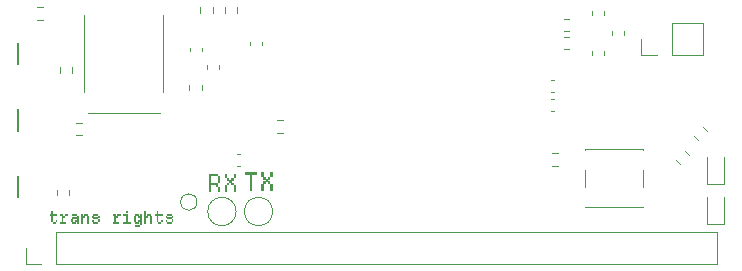
<source format=gbr>
%TF.GenerationSoftware,KiCad,Pcbnew,8.0.7*%
%TF.CreationDate,2024-12-31T00:41:56+01:00*%
%TF.ProjectId,BeDECT,42654445-4354-42e6-9b69-6361645f7063,rev?*%
%TF.SameCoordinates,Original*%
%TF.FileFunction,Legend,Top*%
%TF.FilePolarity,Positive*%
%FSLAX46Y46*%
G04 Gerber Fmt 4.6, Leading zero omitted, Abs format (unit mm)*
G04 Created by KiCad (PCBNEW 8.0.7) date 2024-12-31 00:41:56*
%MOMM*%
%LPD*%
G01*
G04 APERTURE LIST*
%ADD10C,0.300000*%
%ADD11C,0.250000*%
%ADD12C,0.120000*%
%ADD13C,0.127000*%
G04 APERTURE END LIST*
D10*
G36*
X136290875Y-90094546D02*
G01*
X136290875Y-90308869D01*
X136672627Y-90308869D01*
X136672627Y-91645000D01*
X136886950Y-91645000D01*
X136886950Y-90308869D01*
X137268702Y-90308869D01*
X137268702Y-90094546D01*
X136290875Y-90094546D01*
G37*
G36*
X138390875Y-91048925D02*
G01*
X138390875Y-91645000D01*
X138605198Y-91645000D01*
X138605198Y-91048925D01*
X138390875Y-91048925D01*
G37*
G36*
X137627372Y-91048925D02*
G01*
X137627372Y-91645000D01*
X137841695Y-91645000D01*
X137841695Y-91048925D01*
X137627372Y-91048925D01*
G37*
G36*
X138032571Y-90690621D02*
G01*
X138032571Y-90476297D01*
X137818248Y-90476297D01*
X137818248Y-90690621D01*
X138032571Y-90690621D01*
G37*
G36*
X138009124Y-90667173D02*
G01*
X138009124Y-90881496D01*
X138223447Y-90881496D01*
X138223447Y-90667173D01*
X138009124Y-90667173D01*
G37*
G36*
X138200000Y-90476297D02*
G01*
X138200000Y-90690621D01*
X138414323Y-90690621D01*
X138414323Y-90476297D01*
X138200000Y-90476297D01*
G37*
G36*
X137841695Y-90499745D02*
G01*
X137841695Y-90094546D01*
X137627372Y-90094546D01*
X137627372Y-90499745D01*
X137841695Y-90499745D01*
G37*
G36*
X137818248Y-90858049D02*
G01*
X137818248Y-91072372D01*
X138032571Y-91072372D01*
X138032571Y-90858049D01*
X137818248Y-90858049D01*
G37*
G36*
X138390875Y-90094546D02*
G01*
X138390875Y-90499745D01*
X138605198Y-90499745D01*
X138605198Y-90094546D01*
X138390875Y-90094546D01*
G37*
G36*
X138200000Y-90858049D02*
G01*
X138200000Y-91072372D01*
X138414323Y-91072372D01*
X138414323Y-90858049D01*
X138200000Y-90858049D01*
G37*
G36*
X133190875Y-90194546D02*
G01*
X133190875Y-91745000D01*
X133405198Y-91745000D01*
X133405198Y-91172372D01*
X133763503Y-91172372D01*
X133763503Y-91363248D01*
X133977826Y-91363248D01*
X133977826Y-90958049D01*
X133405198Y-90958049D01*
X133405198Y-90408869D01*
X133977826Y-90408869D01*
X133977826Y-90194546D01*
X133190875Y-90194546D01*
G37*
G36*
X133954378Y-90385422D02*
G01*
X133954378Y-90981496D01*
X134168702Y-90981496D01*
X134168702Y-90385422D01*
X133954378Y-90385422D01*
G37*
G36*
X133954378Y-91339801D02*
G01*
X133954378Y-91745000D01*
X134168702Y-91745000D01*
X134168702Y-91339801D01*
X133954378Y-91339801D01*
G37*
G36*
X135290875Y-91148925D02*
G01*
X135290875Y-91745000D01*
X135505198Y-91745000D01*
X135505198Y-91148925D01*
X135290875Y-91148925D01*
G37*
G36*
X134527372Y-91148925D02*
G01*
X134527372Y-91745000D01*
X134741695Y-91745000D01*
X134741695Y-91148925D01*
X134527372Y-91148925D01*
G37*
G36*
X134932571Y-90790621D02*
G01*
X134932571Y-90576297D01*
X134718248Y-90576297D01*
X134718248Y-90790621D01*
X134932571Y-90790621D01*
G37*
G36*
X134909124Y-90767173D02*
G01*
X134909124Y-90981496D01*
X135123447Y-90981496D01*
X135123447Y-90767173D01*
X134909124Y-90767173D01*
G37*
G36*
X135100000Y-90576297D02*
G01*
X135100000Y-90790621D01*
X135314323Y-90790621D01*
X135314323Y-90576297D01*
X135100000Y-90576297D01*
G37*
G36*
X134741695Y-90599745D02*
G01*
X134741695Y-90194546D01*
X134527372Y-90194546D01*
X134527372Y-90599745D01*
X134741695Y-90599745D01*
G37*
G36*
X134718248Y-90958049D02*
G01*
X134718248Y-91172372D01*
X134932571Y-91172372D01*
X134932571Y-90958049D01*
X134718248Y-90958049D01*
G37*
G36*
X135290875Y-90194546D02*
G01*
X135290875Y-90599745D01*
X135505198Y-90599745D01*
X135505198Y-90194546D01*
X135290875Y-90194546D01*
G37*
G36*
X135100000Y-90958049D02*
G01*
X135100000Y-91172372D01*
X135314323Y-91172372D01*
X135314323Y-90958049D01*
X135100000Y-90958049D01*
G37*
D11*
G36*
X119854501Y-93396364D02*
G01*
X119854501Y-93650865D01*
X119727250Y-93650865D01*
X119727250Y-93793747D01*
X119854501Y-93793747D01*
X119854501Y-94302749D01*
X119997383Y-94302749D01*
X119997383Y-93793747D01*
X120379134Y-93793747D01*
X120379134Y-93650865D01*
X119997383Y-93650865D01*
X119997383Y-93396364D01*
X119854501Y-93396364D01*
G37*
G36*
X119981751Y-94287117D02*
G01*
X119981751Y-94430000D01*
X120251884Y-94430000D01*
X120251884Y-94287117D01*
X119981751Y-94287117D01*
G37*
G36*
X120236252Y-94159867D02*
G01*
X120236252Y-94302749D01*
X120379134Y-94302749D01*
X120379134Y-94159867D01*
X120236252Y-94159867D01*
G37*
G36*
X120888381Y-93650865D02*
G01*
X120618248Y-93650865D01*
X120618248Y-93793747D01*
X120745498Y-93793747D01*
X120745498Y-94287117D01*
X120618248Y-94287117D01*
X120618248Y-94430000D01*
X121142882Y-94430000D01*
X121142882Y-94287117D01*
X120888381Y-94287117D01*
X120888381Y-93920997D01*
X121015631Y-93920997D01*
X121015631Y-93778115D01*
X120888381Y-93778115D01*
X120888381Y-93650865D01*
G37*
G36*
X121270132Y-93650865D02*
G01*
X121000000Y-93650865D01*
X121000000Y-93793747D01*
X121270132Y-93793747D01*
X121270132Y-93650865D01*
G37*
G36*
X121509246Y-94032616D02*
G01*
X121509246Y-94302749D01*
X121652128Y-94302749D01*
X121652128Y-94032616D01*
X121509246Y-94032616D01*
G37*
G36*
X121636496Y-94287117D02*
G01*
X121636496Y-94430000D01*
X121906629Y-94430000D01*
X121906629Y-94287117D01*
X121636496Y-94287117D01*
G37*
G36*
X121890997Y-94159867D02*
G01*
X121890997Y-94302749D01*
X122018248Y-94302749D01*
X122018248Y-94430000D01*
X122161130Y-94430000D01*
X122161130Y-93778115D01*
X122018248Y-93778115D01*
X122018248Y-93905366D01*
X121636496Y-93905366D01*
X121636496Y-94048248D01*
X122018248Y-94048248D01*
X122018248Y-94159867D01*
X121890997Y-94159867D01*
G37*
G36*
X121636496Y-93650865D02*
G01*
X121636496Y-93793747D01*
X122033879Y-93793747D01*
X122033879Y-93650865D01*
X121636496Y-93650865D01*
G37*
G36*
X122400244Y-93650865D02*
G01*
X122400244Y-94430000D01*
X122543126Y-94430000D01*
X122543126Y-93920997D01*
X122670376Y-93920997D01*
X122670376Y-93778115D01*
X122543126Y-93778115D01*
X122543126Y-93650865D01*
X122400244Y-93650865D01*
G37*
G36*
X122654745Y-93650865D02*
G01*
X122654745Y-93793747D01*
X122924877Y-93793747D01*
X122924877Y-93650865D01*
X122654745Y-93650865D01*
G37*
G36*
X122909246Y-93778115D02*
G01*
X122909246Y-94430000D01*
X123052128Y-94430000D01*
X123052128Y-93778115D01*
X122909246Y-93778115D01*
G37*
G36*
X123815875Y-94287117D02*
G01*
X123418492Y-94287117D01*
X123418492Y-94430000D01*
X123815875Y-94430000D01*
X123815875Y-94287117D01*
G37*
G36*
X123434124Y-94302749D02*
G01*
X123434124Y-94159867D01*
X123291242Y-94159867D01*
X123291242Y-94302749D01*
X123434124Y-94302749D01*
G37*
G36*
X123815875Y-93650865D02*
G01*
X123418492Y-93650865D01*
X123418492Y-93793747D01*
X123815875Y-93793747D01*
X123815875Y-93650865D01*
G37*
G36*
X123291242Y-93778115D02*
G01*
X123291242Y-93920997D01*
X123434124Y-93920997D01*
X123434124Y-93778115D01*
X123291242Y-93778115D01*
G37*
G36*
X123418492Y-93905366D02*
G01*
X123418492Y-94048248D01*
X123815875Y-94048248D01*
X123815875Y-93905366D01*
X123418492Y-93905366D01*
G37*
G36*
X123800244Y-94032616D02*
G01*
X123800244Y-94302749D01*
X123943126Y-94302749D01*
X123943126Y-94032616D01*
X123800244Y-94032616D01*
G37*
G36*
X123800244Y-93778115D02*
G01*
X123800244Y-93920997D01*
X123943126Y-93920997D01*
X123943126Y-93778115D01*
X123800244Y-93778115D01*
G37*
G36*
X125343370Y-93650865D02*
G01*
X125073237Y-93650865D01*
X125073237Y-93793747D01*
X125200488Y-93793747D01*
X125200488Y-94287117D01*
X125073237Y-94287117D01*
X125073237Y-94430000D01*
X125597871Y-94430000D01*
X125597871Y-94287117D01*
X125343370Y-94287117D01*
X125343370Y-93920997D01*
X125470621Y-93920997D01*
X125470621Y-93778115D01*
X125343370Y-93778115D01*
X125343370Y-93650865D01*
G37*
G36*
X125725122Y-93650865D02*
G01*
X125454989Y-93650865D01*
X125454989Y-93793747D01*
X125725122Y-93793747D01*
X125725122Y-93650865D01*
G37*
G36*
X126218736Y-93396364D02*
G01*
X126218736Y-93539246D01*
X126361618Y-93539246D01*
X126361618Y-93396364D01*
X126218736Y-93396364D01*
G37*
G36*
X126218736Y-93793747D02*
G01*
X126218736Y-94287117D01*
X125964235Y-94287117D01*
X125964235Y-94430000D01*
X126616120Y-94430000D01*
X126616120Y-94287117D01*
X126361618Y-94287117D01*
X126361618Y-93650865D01*
X125964235Y-93650865D01*
X125964235Y-93793747D01*
X126218736Y-93793747D01*
G37*
G36*
X126982484Y-93650865D02*
G01*
X126982484Y-93793747D01*
X127252616Y-93793747D01*
X127252616Y-93650865D01*
X126982484Y-93650865D01*
G37*
G36*
X126855233Y-93778115D02*
G01*
X126855233Y-94302749D01*
X126998115Y-94302749D01*
X126998115Y-93778115D01*
X126855233Y-93778115D01*
G37*
G36*
X126982484Y-94287117D02*
G01*
X126982484Y-94430000D01*
X127252616Y-94430000D01*
X127252616Y-94287117D01*
X126982484Y-94287117D01*
G37*
G36*
X126982484Y-94541863D02*
G01*
X126982484Y-94684745D01*
X127379867Y-94684745D01*
X127379867Y-94541863D01*
X126982484Y-94541863D01*
G37*
G36*
X127236985Y-94159867D02*
G01*
X127236985Y-94302749D01*
X127364235Y-94302749D01*
X127364235Y-94557494D01*
X127507117Y-94557494D01*
X127507117Y-93650865D01*
X127364235Y-93650865D01*
X127364235Y-93778115D01*
X127236985Y-93778115D01*
X127236985Y-93920997D01*
X127364235Y-93920997D01*
X127364235Y-94159867D01*
X127236985Y-94159867D01*
G37*
G36*
X127746231Y-93396364D02*
G01*
X127746231Y-94430000D01*
X127889113Y-94430000D01*
X127889113Y-93920997D01*
X128016364Y-93920997D01*
X128016364Y-93778115D01*
X127889113Y-93778115D01*
X127889113Y-93396364D01*
X127746231Y-93396364D01*
G37*
G36*
X128255233Y-93778115D02*
G01*
X128255233Y-94430000D01*
X128398115Y-94430000D01*
X128398115Y-93778115D01*
X128255233Y-93778115D01*
G37*
G36*
X128000732Y-93650865D02*
G01*
X128000732Y-93793747D01*
X128270865Y-93793747D01*
X128270865Y-93650865D01*
X128000732Y-93650865D01*
G37*
G36*
X128764480Y-93396364D02*
G01*
X128764480Y-93650865D01*
X128637229Y-93650865D01*
X128637229Y-93793747D01*
X128764480Y-93793747D01*
X128764480Y-94302749D01*
X128907362Y-94302749D01*
X128907362Y-93793747D01*
X129289113Y-93793747D01*
X129289113Y-93650865D01*
X128907362Y-93650865D01*
X128907362Y-93396364D01*
X128764480Y-93396364D01*
G37*
G36*
X128891730Y-94287117D02*
G01*
X128891730Y-94430000D01*
X129161863Y-94430000D01*
X129161863Y-94287117D01*
X128891730Y-94287117D01*
G37*
G36*
X129146231Y-94159867D02*
G01*
X129146231Y-94302749D01*
X129289113Y-94302749D01*
X129289113Y-94159867D01*
X129146231Y-94159867D01*
G37*
G36*
X130052861Y-94287117D02*
G01*
X129655478Y-94287117D01*
X129655478Y-94430000D01*
X130052861Y-94430000D01*
X130052861Y-94287117D01*
G37*
G36*
X129671109Y-94302749D02*
G01*
X129671109Y-94159867D01*
X129528227Y-94159867D01*
X129528227Y-94302749D01*
X129671109Y-94302749D01*
G37*
G36*
X130052861Y-93650865D02*
G01*
X129655478Y-93650865D01*
X129655478Y-93793747D01*
X130052861Y-93793747D01*
X130052861Y-93650865D01*
G37*
G36*
X129528227Y-93778115D02*
G01*
X129528227Y-93920997D01*
X129671109Y-93920997D01*
X129671109Y-93778115D01*
X129528227Y-93778115D01*
G37*
G36*
X129655478Y-93905366D02*
G01*
X129655478Y-94048248D01*
X130052861Y-94048248D01*
X130052861Y-93905366D01*
X129655478Y-93905366D01*
G37*
G36*
X130037229Y-94032616D02*
G01*
X130037229Y-94302749D01*
X130180111Y-94302749D01*
X130180111Y-94032616D01*
X130037229Y-94032616D01*
G37*
G36*
X130037229Y-93778115D02*
G01*
X130037229Y-93920997D01*
X130180111Y-93920997D01*
X130180111Y-93778115D01*
X130037229Y-93778115D01*
G37*
D12*
%TO.C,TP4*%
X132200000Y-92600000D02*
G75*
G02*
X130800000Y-92600000I-700000J0D01*
G01*
X130800000Y-92600000D02*
G75*
G02*
X132200000Y-92600000I700000J0D01*
G01*
%TO.C,R13*%
X120552500Y-81662258D02*
X120552500Y-81187742D01*
X121597500Y-81662258D02*
X121597500Y-81187742D01*
%TO.C,R12*%
X119162258Y-77172500D02*
X118687742Y-77172500D01*
X119162258Y-76127500D02*
X118687742Y-76127500D01*
%TO.C,R11*%
X121347500Y-91562742D02*
X121347500Y-92037258D01*
X120302500Y-91562742D02*
X120302500Y-92037258D01*
D13*
%TO.C,SW4*%
X117075000Y-79149998D02*
X117075000Y-80950000D01*
%TO.C,SW3*%
X117075000Y-84749998D02*
X117075000Y-86550000D01*
%TO.C,SW2*%
X117075000Y-90399999D02*
X117075000Y-92200001D01*
D12*
%TO.C,R7*%
X132477500Y-76087742D02*
X132477500Y-76562258D01*
X133522500Y-76087742D02*
X133522500Y-76562258D01*
%TO.C,SW1*%
X165049999Y-91350000D02*
X165049999Y-89850000D01*
X165050000Y-88150000D02*
X165050000Y-88200000D01*
X165050000Y-93050000D02*
X165050000Y-93000000D01*
X169950000Y-88150000D02*
X165050000Y-88150000D01*
X169950000Y-88150000D02*
X169950000Y-88200000D01*
X169950000Y-93050000D02*
X165050000Y-93050000D01*
X169950000Y-93050000D02*
X169950000Y-93000000D01*
X169950001Y-91350000D02*
X169950001Y-89850000D01*
%TO.C,R1*%
X162737258Y-88477500D02*
X162262742Y-88477500D01*
X162737258Y-89522500D02*
X162262742Y-89522500D01*
%TO.C,C8*%
X136690000Y-79340581D02*
X136690000Y-79059419D01*
X137710000Y-79340581D02*
X137710000Y-79059419D01*
%TO.C,LS1*%
X169820000Y-80130000D02*
X169820000Y-78800000D01*
X171150000Y-80130000D02*
X169820000Y-80130000D01*
X172420001Y-77470000D02*
X175020000Y-77470000D01*
X172420001Y-80130000D02*
X172420001Y-77470000D01*
X172420001Y-80130000D02*
X175020000Y-80130000D01*
X175020000Y-80130000D02*
X175020000Y-77470000D01*
%TO.C,C3*%
X162159420Y-82290000D02*
X162440580Y-82290000D01*
X162159420Y-83310000D02*
X162440580Y-83310000D01*
%TO.C,R6*%
X134527500Y-76087742D02*
X134527500Y-76562258D01*
X135572500Y-76087742D02*
X135572500Y-76562258D01*
%TO.C,R5*%
X131552500Y-83137258D02*
X131552500Y-82662742D01*
X132597500Y-83137258D02*
X132597500Y-82662742D01*
%TO.C,R4*%
X139437258Y-85677500D02*
X138962742Y-85677500D01*
X139437258Y-86722500D02*
X138962742Y-86722500D01*
%TO.C,C4*%
X134085000Y-81315581D02*
X134085000Y-81034419D01*
X133065000Y-81315581D02*
X133065000Y-81034419D01*
%TO.C,R2*%
X172762770Y-89001697D02*
X173098303Y-89337230D01*
X173501697Y-88262770D02*
X173837230Y-88598303D01*
%TO.C,R10*%
X122437258Y-85877500D02*
X121962742Y-85877500D01*
X122437258Y-86922500D02*
X121962742Y-86922500D01*
%TO.C,TP3*%
X138600000Y-93400000D02*
G75*
G02*
X136200000Y-93400000I-1200000J0D01*
G01*
X136200000Y-93400000D02*
G75*
G02*
X138600000Y-93400000I1200000J0D01*
G01*
%TO.C,R9*%
X163237742Y-77077500D02*
X163712258Y-77077500D01*
X163237742Y-78122500D02*
X163712258Y-78122500D01*
%TO.C,J2*%
X122650000Y-76760000D02*
X122650000Y-83290000D01*
X129040000Y-85100000D02*
X122960000Y-85100000D01*
X129350000Y-76760000D02*
X129350000Y-83290000D01*
%TO.C,R3*%
X174262770Y-87001697D02*
X174598303Y-87337230D01*
X175001697Y-86262770D02*
X175337230Y-86598303D01*
%TO.C,D2*%
X175365000Y-92212499D02*
X175365000Y-94497499D01*
X175365000Y-94497499D02*
X176835000Y-94497499D01*
X176835000Y-94497499D02*
X176835000Y-92212499D01*
%TO.C,D1*%
X175365000Y-88800000D02*
X175365000Y-91085000D01*
X175365000Y-91085000D02*
X176835000Y-91085000D01*
X176835000Y-91085000D02*
X176835000Y-88800000D01*
%TO.C,J1*%
X117690000Y-97830000D02*
X117690000Y-96500000D01*
X119020000Y-97830000D02*
X117690000Y-97830000D01*
X120290000Y-95170000D02*
X176230000Y-95170000D01*
X120290000Y-97830000D02*
X120290000Y-95170000D01*
X120290000Y-97830000D02*
X176230000Y-97830000D01*
X176230000Y-97830000D02*
X176230000Y-95170000D01*
%TO.C,TP2*%
X135500000Y-93400000D02*
G75*
G02*
X133100000Y-93400000I-1200000J0D01*
G01*
X133100000Y-93400000D02*
G75*
G02*
X135500000Y-93400000I1200000J0D01*
G01*
%TO.C,C5*%
X131565000Y-79815580D02*
X131565000Y-79534420D01*
X132585000Y-79815580D02*
X132585000Y-79534420D01*
%TO.C,R8*%
X163237742Y-78627500D02*
X163712258Y-78627500D01*
X163237742Y-79672500D02*
X163712258Y-79672500D01*
%TO.C,C1*%
X162159420Y-83890000D02*
X162440580Y-83890000D01*
X162159420Y-84910000D02*
X162440580Y-84910000D01*
%TO.C,C9*%
X167365000Y-78159419D02*
X167365000Y-78440581D01*
X168385000Y-78159419D02*
X168385000Y-78440581D01*
%TO.C,C7*%
X165665000Y-76740581D02*
X165665000Y-76459419D01*
X166685000Y-76740581D02*
X166685000Y-76459419D01*
%TO.C,C6*%
X165665000Y-79834419D02*
X165665000Y-80115581D01*
X166685000Y-79834419D02*
X166685000Y-80115581D01*
%TO.C,C2*%
X135840581Y-89510000D02*
X135559419Y-89510000D01*
X135840581Y-88490000D02*
X135559419Y-88490000D01*
%TD*%
M02*

</source>
